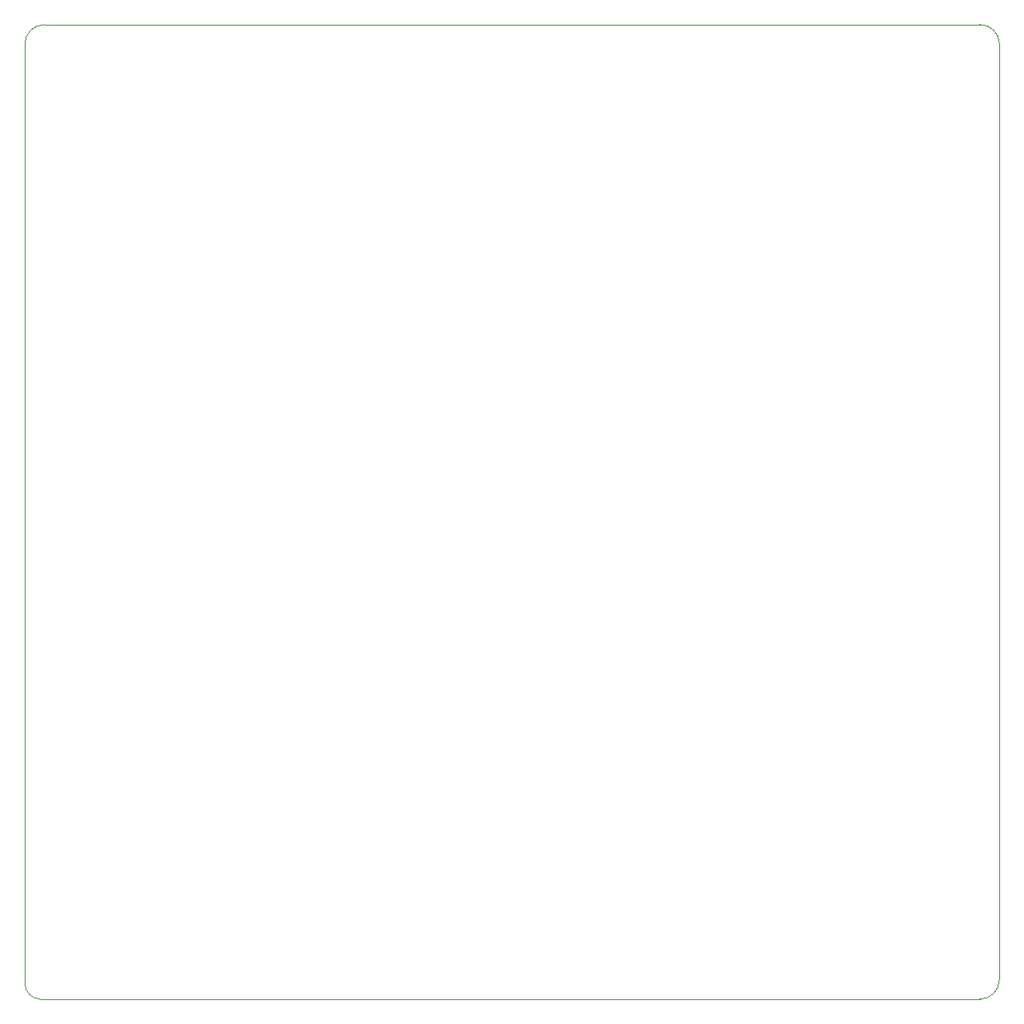
<source format=gm1>
G04 #@! TF.GenerationSoftware,KiCad,Pcbnew,(5.1.8)-1*
G04 #@! TF.CreationDate,2020-11-22T12:43:29-08:00*
G04 #@! TF.ProjectId,ttl_clock,74746c5f-636c-46f6-936b-2e6b69636164,rev?*
G04 #@! TF.SameCoordinates,Original*
G04 #@! TF.FileFunction,Profile,NP*
%FSLAX46Y46*%
G04 Gerber Fmt 4.6, Leading zero omitted, Abs format (unit mm)*
G04 Created by KiCad (PCBNEW (5.1.8)-1) date 2020-11-22 12:43:29*
%MOMM*%
%LPD*%
G01*
G04 APERTURE LIST*
G04 #@! TA.AperFunction,Profile*
%ADD10C,0.100000*%
G04 #@! TD*
G04 APERTURE END LIST*
D10*
X177000000Y-79000000D02*
X177000000Y-175000000D01*
X79000000Y-77000000D02*
X175000000Y-77000000D01*
X77000000Y-175400000D02*
X77000000Y-79000000D01*
X175000000Y-177000000D02*
X78600000Y-177000000D01*
X175000000Y-177000000D02*
G75*
G03*
X177000000Y-175000000I0J2000000D01*
G01*
X77000000Y-175400000D02*
G75*
G03*
X78600000Y-177000000I1600000J0D01*
G01*
X177000000Y-79000000D02*
G75*
G03*
X175000000Y-77000000I-2000000J0D01*
G01*
X79000000Y-77000000D02*
G75*
G03*
X77000000Y-79000000I0J-2000000D01*
G01*
M02*

</source>
